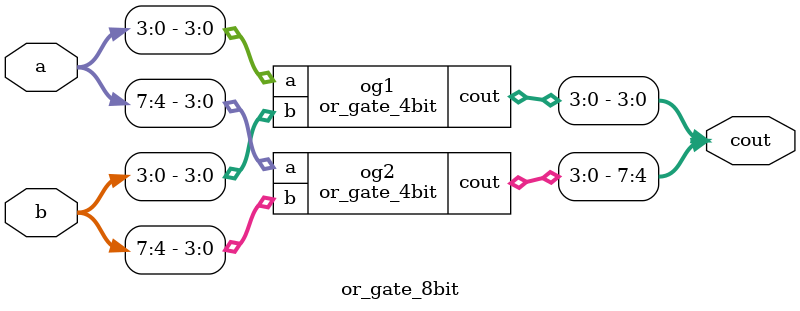
<source format=sv>

module or_gate_bit (input a, b,
               output cout);
  assign cout = a | b;
endmodule


module or_gate_2bit (input [1:0] a, b,
                output [1:0] cout);
  or_gate_bit og1 (a[0:0], b[0:0], cout[0:0]);
  or_gate_bit og2 (a[1:1], b[1:1], cout[1:1]);
  
endmodule

module or_gate_4bit (input [3:0] a, b,
                     output [3:0] cout);
  or_gate_2bit og1 (a[1:0], b[1:0], cout[1:0]);
  or_gate_2bit og2 (a[3:2], b[3:2], cout[3:2]);
endmodule

module or_gate_8bit (input [7:0] a, b,
                     output [7:0] cout);
  or_gate_4bit og1 (a[3:0], b[3:0], cout[3:0]);
  or_gate_4bit og2 (a[7:4], b[7:4], cout[7:4]);
endmodule

</source>
